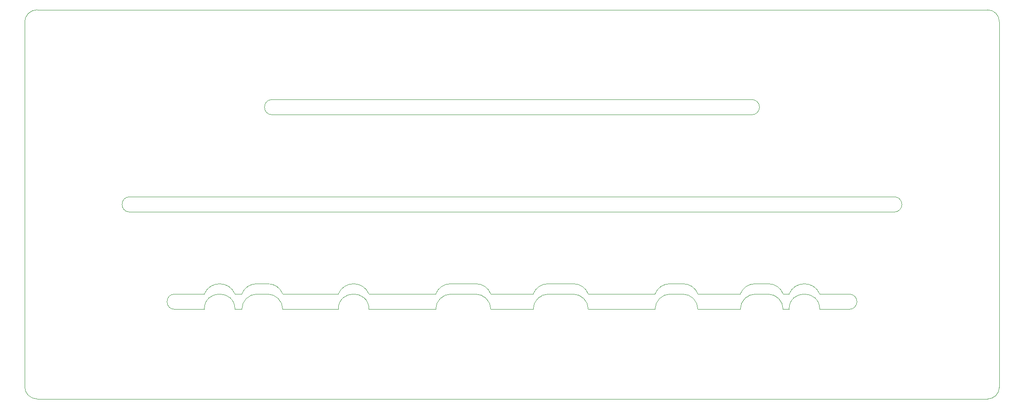
<source format=gbr>
%TF.GenerationSoftware,KiCad,Pcbnew,(6.0.4)*%
%TF.CreationDate,2022-03-28T09:41:55-07:00*%
%TF.ProjectId,Electrolytes,456c6563-7472-46f6-9c79-7465732e6b69,rev?*%
%TF.SameCoordinates,Original*%
%TF.FileFunction,Profile,NP*%
%FSLAX46Y46*%
G04 Gerber Fmt 4.6, Leading zero omitted, Abs format (unit mm)*
G04 Created by KiCad (PCBNEW (6.0.4)) date 2022-03-28 09:41:55*
%MOMM*%
%LPD*%
G01*
G04 APERTURE LIST*
%TA.AperFunction,Profile*%
%ADD10C,0.120000*%
%TD*%
G04 APERTURE END LIST*
D10*
X28340000Y-28921000D02*
X28340000Y-100295000D01*
X30753000Y-102708000D02*
X216554000Y-102708000D01*
X218840000Y-100422000D02*
X218840000Y-28794000D01*
X216554000Y-26508000D02*
X30753000Y-26508000D01*
X130733500Y-82160750D02*
X135496000Y-82160750D01*
X48874750Y-63110750D02*
G75*
G03*
X48874750Y-66110750I0J-1500000D01*
G01*
X154546000Y-80156219D02*
G75*
G03*
X151546000Y-82160750I-133100J-3047981D01*
G01*
X30753000Y-26508000D02*
G75*
G03*
X28340000Y-28921000I0J-2413000D01*
G01*
X73777300Y-80156219D02*
G75*
G03*
X70777300Y-82160750I-133100J-3047981D01*
G01*
X73777300Y-82160750D02*
G75*
G03*
X70777300Y-85160750I0J-3000000D01*
G01*
X154546000Y-80156215D02*
X156927250Y-80156215D01*
X138496050Y-85160750D02*
G75*
G03*
X135496000Y-82160750I-3000050J-50D01*
G01*
X48874750Y-66110750D02*
X198304750Y-66110750D01*
X119446000Y-85160750D02*
X127733500Y-85160750D01*
X119446004Y-82160749D02*
G75*
G03*
X116446000Y-80156215I-2866904J-1043451D01*
G01*
X168214750Y-82160750D02*
X159927250Y-82160750D01*
X189514750Y-85160850D02*
G75*
G03*
X189514750Y-82160750I50J1500050D01*
G01*
X69439750Y-85160750D02*
G75*
G03*
X63439750Y-85160750I-3000000J0D01*
G01*
X76714750Y-44060750D02*
G75*
G03*
X76714750Y-47060750I0J-1500000D01*
G01*
X57664750Y-82160750D02*
G75*
G03*
X57664750Y-85160750I0J-1500000D01*
G01*
X198304750Y-63110750D02*
X48874750Y-63110750D01*
X95633500Y-85160750D02*
G75*
G03*
X89633500Y-85160750I-3000000J0D01*
G01*
X73777300Y-80156215D02*
X75777300Y-80156215D01*
X111683500Y-82160800D02*
G75*
G03*
X108683500Y-85160750I0J-3000000D01*
G01*
X170464750Y-47060850D02*
G75*
G03*
X170464750Y-44060750I50J1500050D01*
G01*
X171214750Y-80156215D02*
X173596000Y-80156215D01*
X159927250Y-85160750D02*
G75*
G03*
X156927250Y-82160750I-3000050J-50D01*
G01*
X130733500Y-80156215D02*
X135496000Y-80156215D01*
X183739750Y-82160750D02*
X189514750Y-82160750D01*
X119446050Y-85160750D02*
G75*
G03*
X116446000Y-82160750I-3000050J-50D01*
G01*
X111683500Y-82160750D02*
X116446000Y-82160750D01*
X57664750Y-82160750D02*
X63439750Y-82160750D01*
X171214750Y-82160750D02*
X173589650Y-82160750D01*
X138496004Y-82160749D02*
G75*
G03*
X135496000Y-80156215I-2866904J-1043451D01*
G01*
X159927250Y-85160750D02*
X168214750Y-85160750D01*
X154546000Y-82160750D02*
X156927250Y-82160750D01*
X111683500Y-80156215D02*
X116446000Y-80156215D01*
X218840000Y-28794000D02*
G75*
G03*
X216554000Y-26508000I-2286000J0D01*
G01*
X95633500Y-82160750D02*
G75*
G03*
X89633500Y-82160750I-3000000J-1242642D01*
G01*
X154546000Y-82160800D02*
G75*
G03*
X151546000Y-85160750I0J-3000000D01*
G01*
X127733500Y-82160750D02*
X119446000Y-82160750D01*
X130733500Y-80156219D02*
G75*
G03*
X127733500Y-82160750I-133100J-3047981D01*
G01*
X171214750Y-82160750D02*
G75*
G03*
X168214750Y-85160750I50J-3000050D01*
G01*
X108683500Y-82160750D02*
X95633500Y-82160750D01*
X171214752Y-80156170D02*
G75*
G03*
X168214750Y-82160750I-133052J-3048030D01*
G01*
X176589650Y-85160750D02*
G75*
G03*
X173589650Y-82160750I-3000050J-50D01*
G01*
X78777300Y-85160750D02*
X89633500Y-85160750D01*
X57664750Y-85160750D02*
X63439750Y-85160750D01*
X69439750Y-82160750D02*
G75*
G03*
X63439750Y-82160750I-3000000J-1242642D01*
G01*
X69439750Y-82160750D02*
X70777300Y-82160750D01*
X183739750Y-82160750D02*
G75*
G03*
X177739750Y-82160750I-3000000J-1242642D01*
G01*
X89633500Y-82160750D02*
X78777300Y-82160750D01*
X108683500Y-85160750D02*
X95633500Y-85160750D01*
X78777350Y-85160750D02*
G75*
G03*
X75777300Y-82160750I-3000050J-50D01*
G01*
X76714750Y-44060750D02*
X170464750Y-44060750D01*
X130733500Y-82160800D02*
G75*
G03*
X127733500Y-85160750I0J-3000000D01*
G01*
X111683500Y-80156219D02*
G75*
G03*
X108683500Y-82160750I-133100J-3047981D01*
G01*
X176596000Y-82160750D02*
X177739750Y-82160750D01*
X177739750Y-85160750D02*
X176589650Y-85160750D01*
X198304750Y-66110850D02*
G75*
G03*
X198304750Y-63110750I50J1500050D01*
G01*
X176596004Y-82160749D02*
G75*
G03*
X173596000Y-80156215I-2866904J-1043451D01*
G01*
X138496000Y-82160750D02*
X151546000Y-82160750D01*
X159927208Y-82160765D02*
G75*
G03*
X156927250Y-80156215I-2866908J-1043435D01*
G01*
X78777304Y-82160749D02*
G75*
G03*
X75777300Y-80156215I-2866904J-1043451D01*
G01*
X76714750Y-47060750D02*
X170464750Y-47060750D01*
X73777300Y-82160750D02*
X75777300Y-82160750D01*
X183739750Y-85160750D02*
X189514750Y-85160750D01*
X216554000Y-102708000D02*
G75*
G03*
X218840000Y-100422000I0J2286000D01*
G01*
X69439750Y-85160750D02*
X70777300Y-85160750D01*
X138496000Y-85160750D02*
X151546000Y-85160750D01*
X28340000Y-100295000D02*
G75*
G03*
X30753000Y-102708000I2413000J0D01*
G01*
X183739750Y-85160750D02*
G75*
G03*
X177739750Y-85160750I-3000000J0D01*
G01*
M02*

</source>
